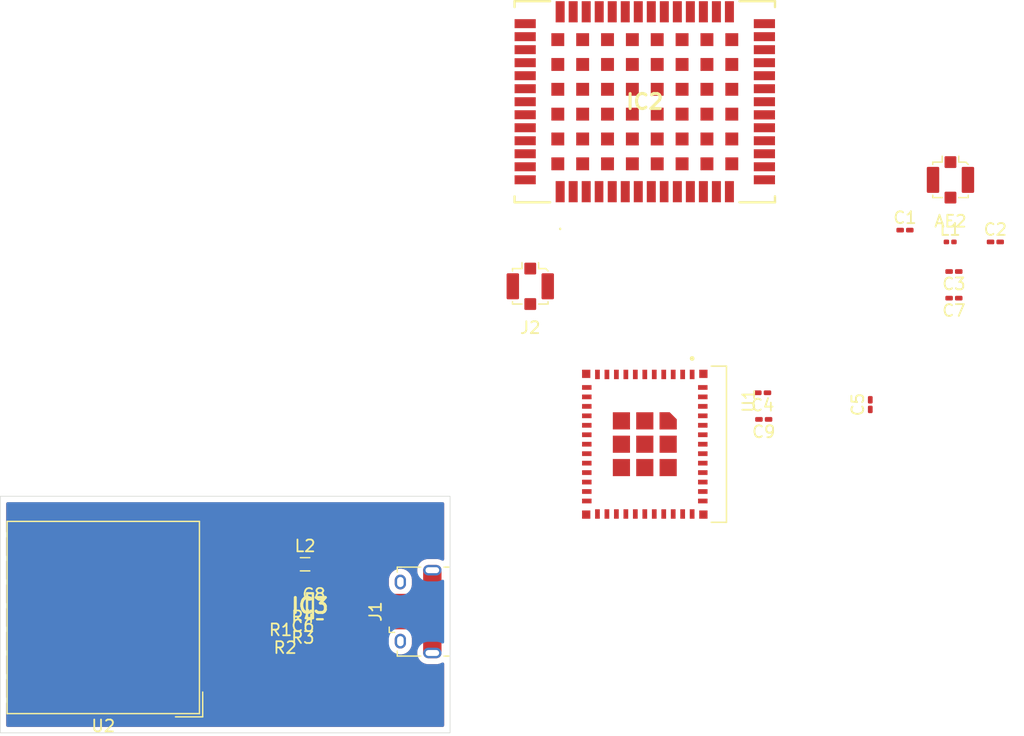
<source format=kicad_pcb>
(kicad_pcb (version 20241229) (generator "pcbnew") (generator_version "9.0")
  (layers (0 "F.Cu" signal) (4 "In1.Cu" signal) (6 "In2.Cu" signal) (2 "B.Cu" signal) (13 "F.Paste" user) (15 "B.Paste" user) (5 "F.SilkS" user "F.Silkscreen") (7 "B.SilkS" user "B.Silkscreen") (1 "F.Mask" user) (3 "B.Mask" user) (25 "Edge.Cuts" user))
  (net 0 "")
  (net 1 "Net-(J2-In)")
  (net 2 "SPI_INT")
  (net 3 "Net-(AE2-A)")
  (net 4 "Net-(IC2-ANT_IN)")
  (net 16 "+3.3V")
  (net 17 "GND")
  (net 20 "USB+")
  (net 21 "+5V")
  (net 64 "Net-(J1-D+)")
  (net 65 "Net-(J1-D-)")
  (net 68 "USB-")
  (net 69 "GPSRX")
  (net 70 "GPSTX")
  (net 71 "SPI_MISO")
  (net 72 "SPI_MOSI")
  (net 75 "SPI_SCK")
  (net 76 "ANT_BIAS")
  (net 79 "Net-(IC3-BST)")
  (net 80 "Net-(IC3-SW)")
  (net 82 "Net-(IC3-FB)")
  (net 91 "SPI_CS")
  (footprint "Resistor_SMD:R_0201_0603Metric_Pad0.64x0.40mm_HandSolder" (layer "F.Cu") (at 191.8175 67.25)
    (property "Reference" "R4" (at 0 -1.05 0) (layer "F.SilkS"))
    (property "Value" "56k" (hide yes))
    (pad "1" smd roundrect (at -0.4075 0) (size 0.635 0.4) (layers "F.Cu" "F.Mask") (net 82 "Net-(IC3-FB)"))
    (pad "2" smd roundrect (at 0.4075 0) (size 0.635 0.4) (layers "F.Cu" "F.Mask") (net 17 "GND"))
  )
  (footprint "Connector_Coaxial:U.FL_Molex_MCRF_73412-0110_Vertical" (layer "F.Cu") (at 246.525 29.25)
    (property "Reference" "AE2" (at 0 3.5 0) (layer "F.SilkS"))
    (property "Value" "Antenna_Shield" (hide yes))
    (fp_line (start -1.5 -1.5) (end -0.7 -1.5) (stroke (width 0.12)) (layer "F.SilkS"))
    (fp_line (start -1.5 -1.3) (end -1.5 -1.5) (stroke (width 0.12)) (layer "F.SilkS"))
    (fp_line (start -1.5 1.5) (end -1.5 1.3) (stroke (width 0.12)) (layer "F.SilkS"))
    (fp_line (start -0.7 -1.5) (end -0.7 -2) (stroke (width 0.12)) (layer "F.SilkS"))
    (fp_line (start -0.7 1.5) (end -1.5 1.5) (stroke (width 0.12)) (layer "F.SilkS"))
    (fp_line (start 0.7 -1.5) (end 0.7 -2) (stroke (width 0.12)) (layer "F.SilkS"))
    (fp_line (start 0.7 -1.5) (end 1.3 -1.5) (stroke (width 0.12)) (layer "F.SilkS"))
    (fp_line (start 1.3 -1.5) (end 1.5 -1.3) (stroke (width 0.12)) (layer "F.SilkS"))
    (fp_line (start 1.5 1.3) (end 1.5 1.5) (stroke (width 0.12)) (layer "F.SilkS"))
    (fp_line (start 1.5 1.5) (end 0.7 1.5) (stroke (width 0.12)) (layer "F.SilkS"))
    (pad "1" smd roundrect (at 0 1.5 180) (size 1 1) (layers "F.Cu" "F.Mask" "F.Paste") (roundrect_rratio 0.1) (net 3 "Net-(AE2-A)"))
    (pad "2" smd roundrect (at -1.475 0 180) (size 1.05 2.2) (layers "F.Cu" "F.Mask" "F.Paste") (roundrect_rratio 0.1) (net 17 "GND"))
    (pad "2" smd roundrect (at 0 -1.5 180) (size 1 1) (layers "F.Cu" "F.Mask" "F.Paste") (roundrect_rratio 0.1) (net 17 "GND"))
    (pad "2" smd roundrect (at 1.475 0 180) (size 1.05 2.2) (layers "F.Cu" "F.Mask" "F.Paste") (roundrect_rratio 0.1) (net 17 "GND"))
  )
  (footprint "Capacitor_SMD:C_0201_0603Metric_Pad0.64x0.40mm_HandSolder" (layer "F.Cu") (at 239.75 48.25 90)
    (property "Reference" "C5" (at 0 -1.05 90) (layer "F.SilkS"))
    (property "Value" "100nF")
    (pad "1" smd roundrect (at -0.4075 0 90) (size 0.635 0.4) (layers "F.Cu" "F.Mask") (net 17 "GND"))
    (pad "2" smd roundrect (at 0.4075 0 90) (size 0.635 0.4) (layers "F.Cu" "F.Mask") (net 16 "+3.3V"))
  )
  (footprint "Capacitor_SMD:C_0201_0603Metric_Pad0.64x0.40mm_HandSolder" (layer "F.Cu") (at 192.75 63.25 180)
    (property "Reference" "C8" (at 0 -1.05 0) (layer "F.SilkS"))
    (property "Value" "0.1uF" (hide yes))
    (pad "1" smd roundrect (at -0.4075 0 180) (size 0.635 0.4) (layers "F.Cu" "F.Mask") (net 80 "Net-(IC3-SW)"))
    (pad "2" smd roundrect (at 0.4075 0 180) (size 0.635 0.4) (layers "F.Cu" "F.Mask") (net 79 "Net-(IC3-BST)"))
  )
  (footprint "Resistor_SMD:R_0201_0603Metric_Pad0.64x0.40mm_HandSolder" (layer "F.Cu") (at 190.3175 67.75 180)
    (property "Reference" "R2" (at 0 -1.05 0) (layer "F.SilkS"))
    (property "Value" "R22" (hide yes))
    (pad "1" smd roundrect (at -0.4075 0 180) (size 0.635 0.4) (layers "F.Cu" "F.Mask") (net 65 "Net-(J1-D-)"))
    (pad "2" smd roundrect (at 0.4075 0 180) (size 0.635 0.4) (layers "F.Cu" "F.Mask") (net 68 "USB-"))
  )
  (footprint "Capacitor_SMD:C_0201_0603Metric_Pad0.64x0.40mm_HandSolder" (layer "F.Cu") (at 250.3175 34.5)
    (property "Reference" "C2" (at 0 -1.05 0) (layer "F.SilkS"))
    (property "Value" "100pF")
    (pad "1" smd roundrect (at -0.4075 0) (size 0.635 0.4) (layers "F.Cu" "F.Mask") (net 17 "GND"))
    (pad "2" smd roundrect (at 0.4075 0) (size 0.635 0.4) (layers "F.Cu" "F.Mask") (net 76 "ANT_BIAS"))
  )
  (footprint "Capacitor_SMD:C_0201_0603Metric_Pad0.64x0.40mm_HandSolder" (layer "F.Cu") (at 246.8175 37 180)
    (property "Reference" "C3" (at 0 -1.05 0) (layer "F.SilkS"))
    (property "Value" "100nF")
    (pad "1" smd roundrect (at -0.4075 0 180) (size 0.635 0.4) (layers "F.Cu" "F.Mask") (net 17 "GND"))
    (pad "2" smd roundrect (at 0.4075 0 180) (size 0.635 0.4) (layers "F.Cu" "F.Mask") (net 76 "ANT_BIAS"))
  )
  (footprint "Capacitor_SMD:C_0201_0603Metric_Pad0.64x0.40mm_HandSolder" (layer "F.Cu") (at 191.8175 68)
    (property "Reference" "C6" (at 0 -1.05 0) (layer "F.SilkS"))
    (property "Value" "22uF" (hide yes))
    (pad "1" smd roundrect (at -0.4075 0) (size 0.635 0.4) (layers "F.Cu" "F.Mask") (net 17 "GND"))
    (pad "2" smd roundrect (at 0.4075 0) (size 0.635 0.4) (layers "F.Cu" "F.Mask") (net 16 "+3.3V"))
  )
  (footprint "Capacitor_SMD:C_0201_0603Metric_Pad0.64x0.40mm_HandSolder" (layer "F.Cu") (at 246.8175 39.25 180)
    (property "Reference" "C7" (at 0 -1.05 0) (layer "F.SilkS"))
    (property "Value" "0.1uF")
    (pad "1" smd roundrect (at -0.4075 0 180) (size 0.635 0.4) (layers "F.Cu" "F.Mask") (net 17 "GND"))
    (pad "2" smd roundrect (at 0.4075 0 180) (size 0.635 0.4) (layers "F.Cu" "F.Mask") (net 16 "+3.3V"))
  )
  (footprint "SamacSys_Parts:UM980" (layer "F.Cu") (at 220.7 22.645)
    (property "Reference" "IC2" (at 0 0 0) (layer "F.SilkS") (effects (font (size 1.27 1.27) (thickness 0.254))))
    (property "Value" "UM980" (hide yes))
    (fp_line (start -11 -8.5) (end -11 -8) (stroke (width 0.2)) (layer "F.SilkS"))
    (fp_line (start -11 8) (end -11 8.5) (stroke (width 0.2)) (layer "F.SilkS"))
    (fp_line (start -11 8.5) (end -8 8.5) (stroke (width 0.2)) (layer "F.SilkS"))
    (fp_line (start -8 -8.5) (end -11 -8.5) (stroke (width 0.2)) (layer "F.SilkS"))
    (fp_line (start -7.15 10.7) (end -7.15 10.7) (stroke (width 0.1)) (layer "F.SilkS"))
    (fp_line (start -7.15 10.8) (end -7.15 10.8) (stroke (width 0.1)) (layer "F.SilkS"))
    (fp_line (start 8 -8.5) (end 11 -8.5) (stroke (width 0.2)) (layer "F.SilkS"))
    (fp_line (start 8 8.5) (end 11 8.5) (stroke (width 0.2)) (layer "F.SilkS"))
    (fp_line (start 11 -8.5) (end 11 -8) (stroke (width 0.2)) (layer "F.SilkS"))
    (fp_line (start 11 8.5) (end 11 8) (stroke (width 0.2)) (layer "F.SilkS"))
    (fp_arc (start -7.15 10.7) (mid -7.1 10.75) (end -7.15 10.8) (stroke (width 0.1)) (layer "F.SilkS"))
    (fp_arc (start -7.15 10.8) (mid -7.2 10.75) (end -7.15 10.7) (stroke (width 0.1)) (layer "F.SilkS"))
    (pad "1" smd rect (at -7.15 7.605) (size 0.76 1.79) (layers "F.Cu" "F.Mask" "F.Paste") (net 17 "GND"))
    (pad "2" smd rect (at -6.05 7.605) (size 0.76 1.79) (layers "F.Cu" "F.Mask" "F.Paste") (net 4 "Net-(IC2-ANT_IN)"))
    (pad "3" smd rect (at -4.95 7.605) (size 0.76 1.79) (layers "F.Cu" "F.Mask" "F.Paste") (net 17 "GND"))
    (pad "4" smd rect (at -3.865 7.605) (size 0.73 1.79) (layers "F.Cu" "F.Mask" "F.Paste"))
    (pad "5" smd rect (at -2.75 7.605) (size 0.76 1.79) (layers "F.Cu" "F.Mask" "F.Paste"))
    (pad "6" smd rect (at -1.65 7.605) (size 0.76 1.79) (layers "F.Cu" "F.Mask" "F.Paste"))
    (pad "7" smd rect (at -0.55 7.605) (size 0.76 1.79) (layers "F.Cu" "F.Mask" "F.Paste"))
    (pad "8" smd rect (at 0.55 7.605) (size 0.76 1.79) (layers "F.Cu" "F.Mask" "F.Paste"))
    (pad "9" smd rect (at 1.635 7.605) (size 0.73 1.79) (layers "F.Cu" "F.Mask" "F.Paste"))
    (pad "10" smd rect (at 2.75 7.605) (size 0.76 1.79) (layers "F.Cu" "F.Mask" "F.Paste"))
    (pad "11" smd rect (at 3.85 7.605) (size 0.76 1.79) (layers "F.Cu" "F.Mask" "F.Paste"))
    (pad "12" smd rect (at 4.95 7.605) (size 0.76 1.79) (layers "F.Cu" "F.Mask" "F.Paste") (net 17 "GND"))
    (pad "13" smd rect (at 6.05 7.605) (size 0.76 1.79) (layers "F.Cu" "F.Mask" "F.Paste"))
    (pad "14" smd rect (at 7.15 7.605) (size 0.76 1.79) (layers "F.Cu" "F.Mask" "F.Paste") (net 17 "GND"))
    (pad "15" smd rect (at 10.105 6.6 90) (size 0.76 1.79) (layers "F.Cu" "F.Mask" "F.Paste"))
    (pad "16" smd rect (at 10.105 5.5 90) (size 0.76 1.79) (layers "F.Cu" "F.Mask" "F.Paste"))
    (pad "17" smd rect (at 10.105 4.4 90) (size 0.76 1.79) (layers "F.Cu" "F.Mask" "F.Paste"))
    (pad "18" smd rect (at 10.105 3.3 90) (size 0.76 1.79) (layers "F.Cu" "F.Mask" "F.Paste"))
    (pad "19" smd rect (at 10.105 2.2 90) (size 0.76 1.79) (layers "F.Cu" "F.Mask" "F.Paste"))
    (pad "20" smd rect (at 10.105 1.11 90) (size 0.78 1.79) (layers "F.Cu" "F.Mask" "F.Paste"))
    (pad "21" smd rect (at 10.105 0 90) (size 0.76 1.79) (layers "F.Cu" "F.Mask" "F.Paste"))
    (pad "22" smd rect (at 10.105 -1.1 90) (size 0.76 1.79) (layers "F.Cu" "F.Mask" "F.Paste"))
    (pad "23" smd rect (at 10.105 -2.2 90) (size 0.76 1.79) (layers "F.Cu" "F.Mask" "F.Paste"))
    (pad "24" smd rect (at 10.105 -3.3 90) (size 0.76 1.79) (layers "F.Cu" "F.Mask" "F.Paste"))
    (pad "25" smd rect (at 10.105 -4.4 90) (size 0.76 1.79) (layers "F.Cu" "F.Mask" "F.Paste"))
    (pad "26" smd rect (at 10.105 -5.5 90) (size 0.76 1.79) (layers "F.Cu" "F.Mask" "F.Paste"))
    (pad "27" smd rect (at 10.105 -6.6 90) (size 0.76 1.79) (layers "F.Cu" "F.Mask" "F.Paste"))
    (pad "28" smd rect (at 7.15 -7.605) (size 0.76 1.79) (layers "F.Cu" "F.Mask" "F.Paste"))
    (pad "29" smd rect (at 6.05 -7.605) (size 0.76 1.79) (layers "F.Cu" "F.Mask" "F.Paste"))
    (pad "30" smd rect (at 4.95 -7.605) (size 0.76 1.79) (layers "F.Cu" "F.Mask" "F.Paste"))
    (pad "31" smd rect (at 3.85 -7.605) (size 0.76 1.79) (layers "F.Cu" "F.Mask" "F.Paste"))
    (pad "32" smd rect (at 2.75 -7.605) (size 0.76 1.79) (layers "F.Cu" "F.Mask" "F.Paste") (net 17 "GND"))
    (pad "33" smd rect (at 1.65 -7.605) (size 0.76 1.79) (layers "F.Cu" "F.Mask" "F.Paste") (net 16 "+3.3V"))
    (pad "34" smd rect (at 0.55 -7.605) (size 0.76 1.79) (layers "F.Cu" "F.Mask" "F.Paste") (net 16 "+3.3V"))
    (pad "35" smd rect (at -0.55 -7.605) (size 0.76 1.79) (layers "F.Cu" "F.Mask" "F.Paste"))
    (pad "36" smd rect (at -1.65 -7.605) (size 0.76 1.79) (layers "F.Cu" "F.Mask" "F.Paste"))
    (pad "37" smd rect (at -2.75 -7.605) (size 0.76 1.79) (layers "F.Cu" "F.Mask" "F.Paste") (net 17 "GND"))
    (pad "38" smd rect (at -3.85 -7.605) (size 0.76 1.79) (layers "F.Cu" "F.Mask" "F.Paste"))
    (pad "39" smd rect (at -4.95 -7.605) (size 0.76 1.79) (layers "F.Cu" "F.Mask" "F.Paste"))
    (pad "40" smd rect (at -6.05 -7.605) (size 0.76 1.79) (layers "F.Cu" "F.Mask" "F.Paste"))
    (pad "41" smd rect (at -7.15 -7.605) (size 0.76 1.79) (layers "F.Cu" "F.Mask" "F.Paste") (net 17 "GND"))
    (pad "42" smd rect (at -10.105 -6.6 90) (size 0.76 1.79) (layers "F.Cu" "F.Mask" "F.Paste") (net 70 "GPSTX"))
    (pad "43" smd rect (at -10.105 -5.5 90) (size 0.76 1.79) (layers "F.Cu" "F.Mask" "F.Paste") (net 69 "GPSRX"))
    (pad "44" smd rect (at -10.105 -4.4 90) (size 0.76 1.79) (layers "F.Cu" "F.Mask" "F.Paste"))
    (pad "45" smd rect (at -10.105 -3.3 90) (size 0.76 1.79) (layers "F.Cu" "F.Mask" "F.Paste"))
    (pad "46" smd rect (at -10.105 -2.2 90) (size 0.76 1.79) (layers "F.Cu" "F.Mask" "F.Paste"))
    (pad "47" smd rect (at -10.105 -1.1 90) (size 0.76 1.79) (layers "F.Cu" "F.Mask" "F.Paste"))
    (pad "48" smd rect (at -10.105 0 90) (size 0.76 1.79) (layers "F.Cu" "F.Mask" "F.Paste") (net 17 "GND"))
    (pad "49" smd rect (at -10.105 1.1 90) (size 0.76 1.79) (layers "F.Cu" "F.Mask" "F.Paste"))
    (pad "50" smd rect (at -10.105 2.2 90) (size 0.76 1.79) (layers "F.Cu" "F.Mask" "F.Paste"))
    (pad "51" smd rect (at -10.105 3.3 90) (size 0.76 1.79) (layers "F.Cu" "F.Mask" "F.Paste"))
    (pad "52" smd rect (at -10.105 4.4 90) (size 0.76 1.79) (layers "F.Cu" "F.Mask" "F.Paste"))
    (pad "53" smd rect (at -10.105 5.5 90) (size 0.76 1.79) (layers "F.Cu" "F.Mask" "F.Paste"))
    (pad "54" smd rect (at -10.105 6.6 90) (size 0.76 1.79) (layers "F.Cu" "F.Mask" "F.Paste"))
    (pad "55" smd rect (at -7.35 5.25 90) (size 1.09 1.09) (layers "F.Cu" "F.Mask" "F.Paste") (net 17 "GND"))
    (pad "56" smd rect (at -5.25 5.25 90) (size 1.09 1.09) (layers "F.Cu" "F.Mask" "F.Paste") (net 17 "GND"))
    (pad "57" smd rect (at -3.15 5.25 90) (size 1.09 1.09) (layers "F.Cu" "F.Mask" "F.Paste") (net 17 "GND"))
    (pad "58" smd rect (at -1.05 5.25 90) (size 1.09 1.09) (layers "F.Cu" "F.Mask" "F.Paste") (net 17 "GND"))
    (pad "59" smd rect (at 1.05 5.25 90) (size 1.09 1.09) (layers "F.Cu" "F.Mask" "F.Paste") (net 17 "GND"))
    (pad "60" smd rect (at 3.15 5.25 90) (size 1.09 1.09) (layers "F.Cu" "F.Mask" "F.Paste") (net 17 "GND"))
    (pad "61" smd rect (at 5.25 5.25 90) (size 1.09 1.09) (layers "F.Cu" "F.Mask" "F.Paste") (net 17 "GND"))
    (pad "62" smd rect (at 7.35 5.25 90) (size 1.09 1.09) (layers "F.Cu" "F.Mask" "F.Paste") (net 17 "GND"))
    (pad "63" smd rect (at -7.35 3.15 90) (size 1.09 1.09) (layers "F.Cu" "F.Mask" "F.Paste") (net 17 "GND"))
    (pad "64" smd rect (at -5.25 3.15 90) (size 1.09 1.09) (layers "F.Cu" "F.Mask" "F.Paste") (net 17 "GND"))
    (pad "65" smd rect (at -3.15 3.15 90) (size 1.09 1.09) (layers "F.Cu" "F.Mask" "F.Paste") (net 17 "GND"))
    (pad "66" smd rect (at -1.05 3.15 90) (size 1.09 1.09) (layers "F.Cu" "F.Mask" "F.Paste") (net 17 "GND"))
    (pad "67" smd rect (at 1.05 3.15 90) (size 1.09 1.09) (layers "F.Cu" "F.Mask" "F.Paste") (net 17 "GND"))
    (pad "68" smd rect (at 3.15 3.15 90) (size 1.09 1.09) (layers "F.Cu" "F.Mask" "F.Paste") (net 17 "GND"))
    (pad "69" smd rect (at 5.25 3.15 90) (size 1.09 1.09) (layers "F.Cu" "F.Mask" "F.Paste") (net 17 "GND"))
    (pad "70" smd rect (at 7.35 3.15 90) (size 1.09 1.09) (layers "F.Cu" "F.Mask" "F.Paste") (net 17 "GND"))
    (pad "71" smd rect (at -7.35 1.05 90) (size 1.09 1.09) (layers "F.Cu" "F.Mask" "F.Paste") (net 17 "GND"))
    (pad "72" smd rect (at -5.25 1.05 90) (size 1.09 1.09) (layers "F.Cu" "F.Mask" "F.Paste") (net 17 "GND"))
    (pad "73" smd rect (at -3.15 1.05 90) (size 1.09 1.09) (layers "F.Cu" "F.Mask" "F.Paste") (net 17 "GND"))
    (pad "74" smd rect (at -1.05 1.05 90) (size 1.09 1.09) (layers "F.Cu" "F.Mask" "F.Paste") (net 17 "GND"))
    (pad "75" smd rect (at 1.05 1.05 90) (size 1.09 1.09) (layers "F.Cu" "F.Mask" "F.Paste") (net 17 "GND"))
    (pad "76" smd rect (at 3.15 1.05 90) (size 1.09 1.09) (layers "F.Cu" "F.Mask" "F.Paste") (net 17 "GND"))
    (pad "77" smd rect (at 5.25 1.05 90) (size 1.09 1.09) (layers "F.Cu" "F.Mask" "F.Paste") (net 17 "GND"))
    (pad "78" smd rect (at 7.35 1.05 90) (size 1.09 1.09) (layers "F.Cu" "F.Mask" "F.Paste") (net 17 "GND"))
    (pad "79" smd rect (at -7.35 -1.05 90) (size 1.09 1.09) (layers "F.Cu" "F.Mask" "F.Paste") (net 17 "GND"))
    (pad "80" smd rect (at -5.25 -1.05 90) (size 1.09 1.09) (layers "F.Cu" "F.Mask" "F.Paste") (net 17 "GND"))
    (pad "81" smd rect (at -3.15 -1.05 90) (size 1.09 1.09) (layers "F.Cu" "F.Mask" "F.Paste") (net 17 "GND"))
    (pad "82" smd rect (at -1.05 -1.05 90) (size 1.09 1.09) (layers "F.Cu" "F.Mask" "F.Paste") (net 17 "GND"))
    (pad "83" smd rect (at 1.05 -1.05 90) (size 1.09 1.09) (layers "F.Cu" "F.Mask" "F.Paste") (net 17 "GND"))
    (pad "84" smd rect (at 3.15 -1.05 90) (size 1.09 1.09) (layers "F.Cu" "F.Mask" "F.Paste") (net 17 "GND"))
    (pad "85" smd rect (at 5.25 -1.05 90) (size 1.09 1.09) (layers "F.Cu" "F.Mask" "F.Paste") (net 17 "GND"))
    (pad "86" smd rect (at 7.35 -1.05 90) (size 1.09 1.09) (layers "F.Cu" "F.Mask" "F.Paste") (net 17 "GND"))
    (pad "87" smd rect (at -7.35 -3.15 90) (size 1.09 1.09) (layers "F.Cu" "F.Mask" "F.Paste") (net 17 "GND"))
    (pad "88" smd rect (at -5.25 -3.15 90) (size 1.09 1.09) (layers "F.Cu" "F.Mask" "F.Paste") (net 17 "GND"))
    (pad "89" smd rect (at -3.15 -3.15 90) (size 1.09 1.09) (layers "F.Cu" "F.Mask" "F.Paste") (net 17 "GND"))
    (pad "90" smd rect (at -1.05 -3.15 90) (size 1.09 1.09) (layers "F.Cu" "F.Mask" "F.Paste") (net 17 "GND"))
    (pad "91" smd rect (at 1.05 -3.15 90) (size 1.09 1.09) (layers "F.Cu" "F.Mask" "F.Paste") (net 17 "GND"))
    (pad "92" smd rect (at 3.15 -3.15 90) (size 1.09 1.09) (layers "F.Cu" "F.Mask" "F.Paste") (net 17 "GND"))
    (pad "93" smd rect (at 5.25 -3.15 90) (size 1.09 1.09) (layers "F.Cu" "F.Mask" "F.Paste") (net 17 "GND"))
    (pad "94" smd rect (at 7.35 -3.15 90) (size 1.09 1.09) (layers "F.Cu" "F.Mask" "F.Paste") (net 17 "GND"))
    (pad "95" smd rect (at -7.35 -5.25 90) (size 1.09 1.09) (layers "F.Cu" "F.Mask" "F.Paste") (net 17 "GND"))
    (pad "96" smd rect (at -5.25 -5.25 90) (size 1.09 1.09) (layers "F.Cu" "F.Mask" "F.Paste") (net 17 "GND"))
    (pad "97" smd rect (at -3.15 -5.25 90) (size 1.09 1.09) (layers "F.Cu" "F.Mask" "F.Paste") (net 17 "GND"))
    (pad "98" smd rect (at -1.05 -5.25 90) (size 1.09 1.09) (layers "F.Cu" "F.Mask" "F.Paste") (net 17 "GND"))
    (pad "99" smd rect (at 1.05 -5.25 90) (size 1.09 1.09) (layers "F.Cu" "F.Mask" "F.Paste") (net 17 "GND"))
    (pad "100" smd rect (at 3.15 -5.25 90) (size 1.09 1.09) (layers "F.Cu" "F.Mask" "F.Paste") (net 17 "GND"))
    (pad "101" smd rect (at 5.25 -5.25 90) (size 1.09 1.09) (layers "F.Cu" "F.Mask" "F.Paste") (net 17 "GND"))
    (pad "102" smd rect (at 7.35 -5.25 90) (size 1.09 1.09) (layers "F.Cu" "F.Mask" "F.Paste") (net 17 "GND"))
  )
  (footprint "Resistor_SMD:R_0201_0603Metric_Pad0.64x0.40mm_HandSolder" (layer "F.Cu") (at 189.9325 66.25 180)
    (property "Reference" "R1" (at 0 -1.05 0) (layer "F.SilkS"))
    (property "Value" "R22" (hide yes))
    (pad "1" smd roundrect (at -0.4075 0 180) (size 0.635 0.4) (layers "F.Cu" "F.Mask") (net 64 "Net-(J1-D+)"))
    (pad "2" smd roundrect (at 0.4075 0 180) (size 0.635 0.4) (layers "F.Cu" "F.Mask") (net 20 "USB+"))
  )
  (footprint "SamacSys_Parts:SOTFL50P160X60-8N" (layer "F.Cu") (at 192.412 65.25 180)
    (property "Reference" "IC3" (at 0 0 0) (layer "F.SilkS") (effects (font (size 1.27 1.27) (thickness 0.254))))
    (property "Value" "MP2338GTL-P" (hide yes))
    (fp_line (start 0.25 1.05) (end -0.25 1.05) (stroke (width 0.2)) (layer "F.SilkS"))
    (fp_line (start 0.25 -1.05) (end 0.25 1.05) (stroke (width 0.2)) (layer "F.SilkS"))
    (fp_line (start -0.25 1.05) (end -0.25 -1.05) (stroke (width 0.2)) (layer "F.SilkS"))
    (fp_line (start -0.25 -1.05) (end 0.25 -1.05) (stroke (width 0.2)) (layer "F.SilkS"))
    (fp_line (start -1.075 -1.15) (end -0.6 -1.15) (stroke (width 0.2)) (layer "F.SilkS"))
    (pad "1" smd rect (at -0.838 -0.75 270) (size 0.3 0.475) (layers "F.Cu" "F.Mask" "F.Paste"))
    (pad "2" smd rect (at -0.838 -0.25 270) (size 0.3 0.475) (layers "F.Cu" "F.Mask" "F.Paste") (net 21 "+5V"))
    (pad "3" smd rect (at -0.838 0.25 270) (size 0.3 0.475) (layers "F.Cu" "F.Mask" "F.Paste") (net 80 "Net-(IC3-SW)"))
    (pad "4" smd rect (at -0.838 0.75 270) (size 0.3 0.475) (layers "F.Cu" "F.Mask" "F.Paste") (net 17 "GND"))
    (pad "5" smd rect (at 0.838 0.75 270) (size 0.3 0.475) (layers "F.Cu" "F.Mask" "F.Paste") (net 79 "Net-(IC3-BST)"))
    (pad "6" smd rect (at 0.838 0.25 270) (size 0.3 0.475) (layers "F.Cu" "F.Mask" "F.Paste") (net 21 "+5V"))
    (pad "7" smd rect (at 0.838 -0.25 270) (size 0.3 0.475) (layers "F.Cu" "F.Mask" "F.Paste"))
    (pad "8" smd rect (at 0.838 -0.75 270) (size 0.3 0.475) (layers "F.Cu" "F.Mask" "F.Paste") (net 82 "Net-(IC3-FB)"))
  )
  (footprint "Capacitor_SMD:C_0201_0603Metric_Pad0.64x0.40mm_HandSolder" (layer "F.Cu") (at 230.75 49.5 180)
    (property "Reference" "C9" (at 0 -1.05 0) (layer "F.SilkS"))
    (property "Value" "100nF")
    (pad "1" smd roundrect (at -0.4075 0 180) (size 0.635 0.4) (layers "F.Cu" "F.Mask") (net 17 "GND"))
    (pad "2" smd roundrect (at 0.4075 0 180) (size 0.635 0.4) (layers "F.Cu" "F.Mask") (net 16 "+3.3V"))
  )
  (footprint "JOE Library:HOPERF_RFM9XW_THT_ikke_through" (layer "F.Cu") (at 181.75 73.25 180)
    (property "Reference" "U2" (at 6.8 -2.17 0) (layer "F.SilkS"))
    (property "Value" "RFM69HCW")
    (fp_line (start 14.925 15.125) (end -1.325 15.125) (stroke (width 0.12)) (layer "F.SilkS"))
    (fp_line (start 14.925 -1.125) (end 14.925 15.125) (stroke (width 0.12)) (layer "F.SilkS"))
    (fp_line (start -1.325 15.125) (end -1.325 -1.125) (stroke (width 0.12)) (layer "F.SilkS"))
    (fp_line (start -1.325 -1.125) (end 14.925 -1.125) (stroke (width 0.12)) (layer "F.SilkS"))
    (fp_line (start -1.6 0.7) (end -1.6 -1.4) (stroke (width 0.12)) (layer "F.SilkS"))
    (fp_line (start -1.6 -1.4) (end 0.7 -1.4) (stroke (width 0.12)) (layer "F.SilkS"))
    (pad "1" smd rect (at 0 0 180) (size 1.35 1.35) (layers "F.Cu" "F.Mask" "F.Paste") (net 17 "GND"))
    (pad "2" smd circle (at 0 2 180) (size 1.35 1.35) (layers "F.Cu" "F.Mask" "F.Paste") (net 71 "SPI_MISO"))
    (pad "3" smd circle (at 0 4 180) (size 1.35 1.35) (layers "F.Cu" "F.Mask" "F.Paste") (net 72 "SPI_MOSI"))
    (pad "4" smd circle (at 0 6 180) (size 1.35 1.35) (layers "F.Cu" "F.Mask" "F.Paste") (net 75 "SPI_SCK"))
    (pad "5" smd circle (at 0 8 180) (size 1.35 1.35) (layers "F.Cu" "F.Mask" "F.Paste") (net 91 "SPI_CS"))
    (pad "6" smd circle (at 0 10 180) (size 1.35 1.35) (layers "F.Cu" "F.Mask" "F.Paste"))
    (pad "7" smd circle (at 0 12 180) (size 1.35 1.35) (layers "F.Cu" "F.Mask" "F.Paste"))
    (pad "8" smd circle (at 0 14 180) (size 1.35 1.35) (layers "F.Cu" "F.Mask" "F.Paste") (net 17 "GND"))
    (pad "9" smd circle (at 13.6 14 180) (size 1.35 1.35) (layers "F.Cu" "F.Mask" "F.Paste") (net 1 "Net-(J2-In)"))
    (pad "10" smd circle (at 13.6 12 180) (size 1.35 1.35) (layers "F.Cu" "F.Mask" "F.Paste") (net 17 "GND"))
    (pad "11" smd circle (at 13.6 10 180) (size 1.35 1.35) (layers "F.Cu" "F.Mask" "F.Paste"))
    (pad "12" smd circle (at 13.6 8 180) (size 1.35 1.35) (layers "F.Cu" "F.Mask" "F.Paste"))
    (pad "13" smd circle (at 13.6 6 180) (size 1.35 1.35) (layers "F.Cu" "F.Mask" "F.Paste") (net 16 "+3.3V"))
    (pad "14" smd circle (at 13.6 4 180) (size 1.35 1.35) (layers "F.Cu" "F.Mask" "F.Paste") (net 2 "SPI_INT"))
    (pad "15" smd circle (at 13.6 2 180) (size 1.35 1.35) (layers "F.Cu" "F.Mask" "F.Paste"))
    (pad "16" smd circle (at 13.6 0 180) (size 1.35 1.35) (layers "F.Cu" "F.Mask" "F.Paste"))
  )
  (footprint "Connector_USB:USB_Micro-B_Amphenol_10118194-0001LF_Horizontal" (layer "F.Cu") (at 201.45 65.75 90)
    (property "Reference" "J1" (at 0 -3.5 90) (layer "F.SilkS"))
    (property "Value" "USB_B_Micro")
    (fp_line (start -1.31 -2.34) (end -1.76 -2.34) (stroke (width 0.12)) (layer "F.SilkS"))
    (fp_line (start -1.76 -1.89) (end -1.76 -2.34) (stroke (width 0.12)) (layer "F.SilkS"))
    (fp_line (start 3.76 -1.66) (end 3.34 -1.66) (stroke (width 0.12)) (layer "F.SilkS"))
    (fp_line (start -3.76 -1.66) (end -3.34 -1.66) (stroke (width 0.12)) (layer "F.SilkS"))
    (fp_line (start 3.76 0.32) (end 3.76 -1.66) (stroke (width 0.12)) (layer "F.SilkS"))
    (fp_line (start -3.76 0.32) (end -3.76 -1.66) (stroke (width 0.12)) (layer "F.SilkS"))
    (fp_line (start 3.76 2.29) (end 3.76 2.69) (stroke (width 0.12)) (layer "F.SilkS"))
    (fp_line (start -3.76 2.69) (end -3.76 2.29) (stroke (width 0.12)) (layer "F.SilkS"))
    (pad "1" smd roundrect (at -1.3 -1.4 90) (size 0.4 1.35) (layers "F.Cu" "F.Mask" "F.Paste") (net 21 "+5V"))
    (pad "2" smd roundrect (at -0.65 -1.4 90) (size 0.4 1.35) (layers "F.Cu" "F.Mask" "F.Paste") (net 65 "Net-(J1-D-)"))
    (pad "3" smd roundrect (at 0 -1.4 90) (size 0.4 1.35) (layers "F.Cu" "F.Mask" "F.Paste") (net 64 "Net-(J1-D+)"))
    (pad "4" smd roundrect (at 0.65 -1.4 90) (size 0.4 1.35) (layers "F.Cu" "F.Mask" "F.Paste") (net 16 "+3.3V"))
    (pad "5" smd roundrect (at 1.3 -1.4 90) (size 0.4 1.35) (layers "F.Cu" "F.Mask" "F.Paste") (net 17 "GND"))
    (pad "6" thru_hole oval (at -3.5 1.3 90) (size 0.89 1.55) (drill oval 0.5 1.15) (property pad_prop_heatsink) (layers "*.Cu" "*.Mask") (net 17 "GND"))
    (pad "6" smd roundrect (at -3.025 1.3 90) (size 1.45 1.55) (layers "F.Cu" "F.Mask" "F.Paste") (roundrect_rratio 0.1724137931) (net 17 "GND"))
    (pad "6" thru_hole oval (at -2.5 -1.4 90) (size 1.25 0.95) (drill oval 0.85 0.55) (property pad_prop_heatsink) (layers "*.Cu" "*.Mask") (net 17 "GND"))
    (pad "6" smd roundrect (at -1 1.3 90) (size 1.5 1.55) (layers "F.Cu" "F.Mask" "F.Paste") (roundrect_rratio 0.1666666667) (net 17 "GND"))
    (pad "6" smd roundrect (at 1 1.3 90) (size 1.5 1.55) (layers "F.Cu" "F.Mask" "F.Paste") (roundrect_rratio 0.1666666667) (net 17 "GND"))
    (pad "6" thru_hole oval (at 2.5 -1.4 90) (size 1.25 0.95) (drill oval 0.85 0.55) (property pad_prop_heatsink) (layers "*.Cu" "*.Mask") (net 17 "GND"))
    (pad "6" smd roundrect (at 3.025 1.3 90) (size 1.45 1.55) (layers "F.Cu" "F.Mask" "F.Paste") (roundrect_rratio 0.1724137931) (net 17 "GND"))
    (pad "6" thru_hole oval (at 3.5 1.3 90) (size 0.89 1.55) (drill oval 0.5 1.15) (property pad_prop_heatsink) (layers "*.Cu" "*.Mask") (net 17 "GND"))
  )
  (footprint "Capacitor_SMD:C_0201_0603Metric_Pad0.64x0.40mm_HandSolder" (layer "F.Cu") (at 242.6825 33.5)
    (property "Reference" "C1" (at 0 -1.05 0) (layer "F.SilkS"))
    (property "Value" "100pF")
    (pad "1" smd roundrect (at -0.4075 0) (size 0.635 0.4) (layers "F.Cu" "F.Mask") (net 4 "Net-(IC2-ANT_IN)"))
    (pad "2" smd roundrect (at 0.4075 0) (size 0.635 0.4) (layers "F.Cu" "F.Mask") (net 3 "Net-(AE2-A)"))
  )
  (footprint "Capacitor_SMD:C_0201_0603Metric_Pad0.64x0.40mm_HandSolder" (layer "F.Cu") (at 230.6575 47.25 180)
    (property "Reference" "C4" (at 0 -1.05 0) (layer "F.SilkS"))
    (property "Value" "100pF")
    (pad "1" smd roundrect (at -0.4075 0 180) (size 0.635 0.4) (layers "F.Cu" "F.Mask") (net 17 "GND"))
    (pad "2" smd roundrect (at 0.4075 0 180) (size 0.635 0.4) (layers "F.Cu" "F.Mask") (net 16 "+3.3V"))
  )
  (footprint "Inductor_SMD:L_0201_0603Metric" (layer "F.Cu") (at 246.5 34.5)
    (property "Reference" "L1" (at 0 -1.05 0) (layer "F.SilkS"))
    (property "Value" "68nH")
    (pad "1" smd roundrect (at -0.32 0) (size 0.46 0.4) (layers "F.Cu" "F.Mask") (net 76 "ANT_BIAS"))
    (pad "2" smd roundrect (at 0.32 0) (size 0.46 0.4) (layers "F.Cu" "F.Mask") (net 3 "Net-(AE2-A)"))
  )
  (footprint "footprints:XCVR_ESP32-C3-MINI-1U-N4" (layer "F.Cu") (at 220.7 51.6 -90)
    (property "Reference" "U1" (at -3.675 -8.785 90) (layer "F.SilkS"))
    (property "Value" "ESP32-C3-MINI-1U-N4")
    (fp_line (start -6.6 -5.62) (end -6.6 -6.9) (stroke (width 0.127)) (layer "F.SilkS"))
    (fp_line (start -6.6 -6.9) (end 6.6 -6.9) (stroke (width 0.127)) (layer "F.SilkS"))
    (fp_line (start 6.6 -6.9) (end 6.6 -5.62) (stroke (width 0.127)) (layer "F.SilkS"))
    (fp_circle (center -7.25 -4) (end -7.15 -4) (stroke (width 0.2)) (fill no) (layer "F.SilkS"))
    (pad "1" smd rect (at -5.9 -4 270) (size 0.8 0.4) (layers "F.Cu" "F.Mask" "F.Paste") (net 17 "GND"))
    (pad "2" smd rect (at -5.9 -3.2 270) (size 0.8 0.4) (layers "F.Cu" "F.Mask" "F.Paste") (net 17 "GND"))
    (pad "3" smd rect (at -5.9 -2.4 270) (size 0.8 0.4) (layers "F.Cu" "F.Mask" "F.Paste") (net 16 "+3.3V"))
    (pad "4" smd rect (at -5.9 -1.6 270) (size 0.8 0.4) (layers "F.Cu" "F.Mask" "F.Paste"))
    (pad "5" smd rect (at -5.9 -0.8 270) (size 0.8 0.4) (layers "F.Cu" "F.Mask" "F.Paste"))
    (pad "6" smd rect (at -5.9 0 270) (size 0.8 0.4) (layers "F.Cu" "F.Mask" "F.Paste") (net 2 "SPI_INT"))
    (pad "7" smd rect (at -5.9 0.8 270) (size 0.8 0.4) (layers "F.Cu" "F.Mask" "F.Paste"))
    (pad "8" smd rect (at -5.9 1.6 270) (size 0.8 0.4) (layers "F.Cu" "F.Mask" "F.Paste"))
    (pad "9" smd rect (at -5.9 2.4 270) (size 0.8 0.4) (layers "F.Cu" "F.Mask" "F.Paste"))
    (pad "10" smd rect (at -5.9 3.2 270) (size 0.8 0.4) (layers "F.Cu" "F.Mask" "F.Paste"))
    (pad "11" smd rect (at -5.9 4 270) (size 0.8 0.4) (layers "F.Cu" "F.Mask" "F.Paste") (net 17 "GND"))
    (pad "12" smd rect (at -4.8 4.9 270) (size 0.4 0.8) (layers "F.Cu" "F.Mask" "F.Paste") (net 75 "SPI_SCK"))
    (pad "13" smd rect (at -4 4.9 270) (size 0.4 0.8) (layers "F.Cu" "F.Mask" "F.Paste") (net 72 "SPI_MOSI"))
    (pad "14" smd rect (at -3.2 4.9 270) (size 0.4 0.8) (layers "F.Cu" "F.Mask" "F.Paste") (net 17 "GND"))
    (pad "15" smd rect (at -2.4 4.9 270) (size 0.4 0.8) (layers "F.Cu" "F.Mask" "F.Paste"))
    (pad "16" smd rect (at -1.6 4.9 270) (size 0.4 0.8) (layers "F.Cu" "F.Mask" "F.Paste") (net 71 "SPI_MISO"))
    (pad "17" smd rect (at -0.8 4.9 270) (size 0.4 0.8) (layers "F.Cu" "F.Mask" "F.Paste"))
    (pad "18" smd rect (at 0 4.9 270) (size 0.4 0.8) (layers "F.Cu" "F.Mask" "F.Paste") (net 91 "SPI_CS"))
    (pad "19" smd rect (at 0.8 4.9 270) (size 0.4 0.8) (layers "F.Cu" "F.Mask" "F.Paste"))
    (pad "20" smd rect (at 1.6 4.9 270) (size 0.4 0.8) (layers "F.Cu" "F.Mask" "F.Paste"))
    (pad "21" smd rect (at 2.4 4.9 270) (size 0.4 0.8) (layers "F.Cu" "F.Mask" "F.Paste"))
    (pad "22" smd rect (at 3.2 4.9 270) (size 0.4 0.8) (layers "F.Cu" "F.Mask" "F.Paste"))
    (pad "23" smd rect (at 4 4.9 270) (size 0.4 0.8) (layers "F.Cu" "F.Mask" "F.Paste"))
    (pad "24" smd rect (at 4.8 4.9 270) (size 0.4 0.8) (layers "F.Cu" "F.Mask" "F.Paste"))
    (pad "25" smd rect (at 5.9 4 270) (size 0.8 0.4) (layers "F.Cu" "F.Mask" "F.Paste"))
    (pad "26" smd rect (at 5.9 3.2 270) (size 0.8 0.4) (layers "F.Cu" "F.Mask" "F.Paste") (net 68 "USB-"))
    (pad "27" smd rect (at 5.9 2.4 270) (size 0.8 0.4) (layers "F.Cu" "F.Mask" "F.Paste") (net 20 "USB+"))
    (pad "28" smd rect (at 5.9 1.6 270) (size 0.8 0.4) (layers "F.Cu" "F.Mask" "F.Paste"))
    (pad "29" smd rect (at 5.9 0.8 270) (size 0.8 0.4) (layers "F.Cu" "F.Mask" "F.Paste"))
    (pad "30" smd rect (at 5.9 0 270) (size 0.8 0.4) (layers "F.Cu" "F.Mask" "F.Paste") (net 70 "GPSTX"))
    (pad "31" smd rect (at 5.9 -0.8 270) (size 0.8 0.4) (layers "F.Cu" "F.Mask" "F.Paste") (net 69 "GPSRX"))
    (pad "32" smd rect (at 5.9 -1.6 270) (size 0.8 0.4) (layers "F.Cu" "F.Mask" "F.Paste"))
    (pad "33" smd rect (at 5.9 -2.4 270) (size 0.8 0.4) (layers "F.Cu" "F.Mask" "F.Paste"))
    (pad "34" smd rect (at 5.9 -3.2 270) (size 0.8 0.4) (layers "F.Cu" "F.Mask" "F.Paste"))
    (pad "35" smd rect (at 5.9 -4 270) (size 0.8 0.4) (layers "F.Cu" "F.Mask" "F.Paste"))
    (pad "36" smd rect (at 4.8 -4.9 270) (size 0.4 0.8) (layers "F.Cu" "F.Mask" "F.Paste") (net 17 "GND"))
    (pad "37" smd rect (at 4 -4.9 270) (size 0.4 0.8) (layers "F.Cu" "F.Mask" "F.Paste") (net 17 "GND"))
    (pad "38" smd rect (at 3.2 -4.9 270) (size 0.4 0.8) (layers "F.Cu" "F.Mask" "F.Paste") (net 17 "GND"))
    (pad "39" smd rect (at 2.4 -4.9 270) (size 0.4 0.8) (layers "F.Cu" "F.Mask" "F.Paste") (net 17 "GND"))
    (pad "40" smd rect (at 1.6 -4.9 270) (size 0.4 0.8) (layers "F.Cu" "F.Mask" "F.Paste") (net 17 "GND"))
    (pad "41" smd rect (at 0.8 -4.9 270) (size 0.4 0.8) (layers "F.Cu" "F.Mask" "F.Paste") (net 17 "GND"))
    (pad "42" smd rect (at 0 -4.9 270) (size 0.4 0.8) (layers "F.Cu" "F.Mask" "F.Paste") (net 17 "GND"))
    (pad "43" smd rect (at -0.8 -4.9 270) (size 0.4 0.8) (layers "F.Cu" "F.Mask" "F.Paste") (net 17 "GND"))
    (pad "44" smd rect (at -1.6 -4.9 270) (size 0.4 0.8) (layers "F.Cu" "F.Mask" "F.Paste") (net 17 "GND"))
    (pad "45" smd rect (at -2.4 -4.9 270) (size 0.4 0.8) (layers "F.Cu" "F.Mask" "F.Paste") (net 17 "GND"))
    (pad "46" smd rect (at -3.2 -4.9 270) (size 0.4 0.8) (layers "F.Cu" "F.Mask" "F.Paste") (net 17 "GND"))
    (pad "47" smd rect (at -4 -4.9 270) (size 0.4 0.8) (layers "F.Cu" "F.Mask" "F.Paste") (net 17 "GND"))
    (pad "48" smd rect (at -4.8 -4.9 270) (size 0.4 0.8) (layers "F.Cu" "F.Mask" "F.Paste") (net 17 "GND"))
    (pad "49_1" smd custom (at -1.975 -1.975 270) (size 0.6 0.6) (layers "F.Cu") (net 17 "GND") (options (clearance outline) (anchor rect)) (primitives (gr_poly (pts (xy 0.725 0.725) (xy -0.725 0.725) (xy -0.725 -0.125) (xy -0.125 -0.725) (xy 0.725 -0.725)) (width 0.01) (fill yes))))
    (pad "49_2" smd rect (at 0 -1.975 270) (size 1.45 1.45) (layers "F.Cu" "F.Mask" "F.Paste") (net 17 "GND"))
    (pad "49_3" smd rect (at 1.975 -1.975 270) (size 1.45 1.45) (layers "F.Cu" "F.Mask" "F.Paste") (net 17 "GND"))
    (pad "49_4" smd rect (at 1.975 0 270) (size 1.45 1.45) (layers "F.Cu" "F.Mask" "F.Paste") (net 17 "GND"))
    (pad "49_5" smd rect (at 1.975 1.975 270) (size 1.45 1.45) (layers "F.Cu" "F.Mask" "F.Paste") (net 17 "GND"))
    (pad "49_6" smd rect (at 0 1.975 270) (size 1.45 1.45) (layers "F.Cu" "F.Mask" "F.Paste") (net 17 "GND"))
    (pad "49_7" smd rect (at -1.975 1.975 270) (size 1.45 1.45) (layers "F.Cu" "F.Mask" "F.Paste") (net 17 "GND"))
    (pad "49_8" smd rect (at -1.975 0 270) (size 1.45 1.45) (layers "F.Cu" "F.Mask" "F.Paste") (net 17 "GND"))
    (pad "49_9" smd rect (at 0 0 270) (size 1.45 1.45) (layers "F.Cu" "F.Mask" "F.Paste") (net 17 "GND"))
    (pad "50" smd rect (at 5.95 -4.95 270) (size 0.7 0.7) (layers "F.Cu" "F.Mask" "F.Paste") (net 17 "GND"))
    (pad "51" smd rect (at 5.95 4.95 270) (size 0.7 0.7) (layers "F.Cu" "F.Mask" "F.Paste") (net 17 "GND"))
    (pad "52" smd rect (at -5.95 4.95 270) (size 0.7 0.7) (layers "F.Cu" "F.Mask" "F.Paste") (net 17 "GND"))
    (pad "53" smd rect (at -5.95 -4.95 270) (size 0.7 0.7) (layers "F.Cu" "F.Mask" "F.Paste") (net 17 "GND"))
  )
  (footprint "Inductor_SMD:L_0805_2012Metric" (layer "F.Cu") (at 192 61.75)
    (property "Reference" "L2" (at 0 -1.55 0) (layer "F.SilkS"))
    (property "Value" "2.2 µH" (hide yes))
    (fp_line (start -0.399622 -0.56) (end 0.399622 -0.56) (stroke (width 0.12)) (layer "F.SilkS"))
    (fp_line (start -0.399622 0.56) (end 0.399622 0.56) (stroke (width 0.12)) (layer "F.SilkS"))
    (pad "1" smd roundrect (at -1.0625 0) (size 0.875 1.2) (layers "F.Cu" "F.Mask" "F.Paste") (net 16 "+3.3V"))
    (pad "2" smd roundrect (at 1.0625 0) (size 0.875 1.2) (layers "F.Cu" "F.Mask" "F.Paste") (net 80 "Net-(IC3-SW)"))
  )
  (footprint "Resistor_SMD:R_0201_0603Metric_Pad0.64x0.40mm_HandSolder" (layer "F.Cu") (at 191.8175 69)
    (property "Reference" "R3" (at 0 -1.05 0) (layer "F.SilkS"))
    (property "Value" "100k" (hide yes))
    (pad "1" smd roundrect (at -0.4075 0) (size 0.635 0.4) (layers "F.Cu" "F.Mask") (net 82 "Net-(IC3-FB)"))
    (pad "2" smd roundrect (at 0.4075 0) (size 0.635 0.4) (layers "F.Cu" "F.Mask") (net 16 "+3.3V"))
  )
  (footprint "Connector_Coaxial:U.FL_Molex_MCRF_73412-0110_Vertical" (layer "F.Cu") (at 211.025 38.25)
    (property "Reference" "J2" (at 0 3.5 0) (layer "F.SilkS"))
    (property "Value" "Conn_Coaxial_Small")
    (fp_line (start -1.5 -1.5) (end -0.7 -1.5) (stroke (width 0.12)) (layer "F.SilkS"))
    (fp_line (start -1.5 -1.3) (end -1.5 -1.5) (stroke (width 0.12)) (layer "F.SilkS"))
    (fp_line (start -1.5 1.5) (end -1.5 1.3) (stroke (width 0.12)) (layer "F.SilkS"))
    (fp_line (start -0.7 -1.5) (end -0.7 -2) (stroke (width 0.12)) (layer "F.SilkS"))
    (fp_line (start -0.7 1.5) (end -1.5 1.5) (stroke (width 0.12)) (layer "F.SilkS"))
    (fp_line (start 0.7 -1.5) (end 0.7 -2) (stroke (width 0.12)) (layer "F.SilkS"))
    (fp_line (start 0.7 -1.5) (end 1.3 -1.5) (stroke (width 0.12)) (layer "F.SilkS"))
    (fp_line (start 1.3 -1.5) (end 1.5 -1.3) (stroke (width 0.12)) (layer "F.SilkS"))
    (fp_line (start 1.5 1.3) (end 1.5 1.5) (stroke (width 0.12)) (layer "F.SilkS"))
    (fp_line (start 1.5 1.5) (end 0.7 1.5) (stroke (width 0.12)) (layer "F.SilkS"))
    (pad "1" smd roundrect (at 0 1.5 180) (size 1 1) (layers "F.Cu" "F.Mask" "F.Paste") (roundrect_rratio 0.1) (net 1 "Net-(J2-In)"))
    (pad "2" smd roundrect (at -1.475 0 180) (size 1.05 2.2) (layers "F.Cu" "F.Mask" "F.Paste") (roundrect_rratio 0.1) (net 17 "GND"))
    (pad "2" smd roundrect (at 0 -1.5 180) (size 1 1) (layers "F.Cu" "F.Mask" "F.Paste") (roundrect_rratio 0.1) (net 17 "GND"))
    (pad "2" smd roundrect (at 1.475 0 180) (size 1.05 2.2) (layers "F.Cu" "F.Mask" "F.Paste") (roundrect_rratio 0.1) (net 17 "GND"))
  )
  (gr_rect (start 166.25 56) (end 204.25 76) (stroke (width 0.05)) (fill no) (layer "Edge.Cuts"))
  (zone (net 0) (net_name "") (layer "F.Cu") (connect_pads (clearance 0.5)) (min_thickness 0.25) (fill yes (thermal_gap 0.5) (thermal_bridge_width 0.5) (island_removal_mode 1) (island_area_min 10))
    (polygon (pts (xy 204.25 76) (xy 204.25 56) (xy 166.25 56) (xy 166.25 76)))
  )
  (zone (net 0) (net_name "") (layer "B.Cu") (priority 3) (connect_pads (clearance 0.5)) (min_thickness 0.25) (fill yes (thermal_gap 0.5) (thermal_bridge_width 0.5) (island_removal_mode 1) (island_area_min 10))
    (polygon (pts (xy 204.25 56) (xy 166.25 56) (xy 166.25 76) (xy 204.25 76)))
  )
)
</source>
